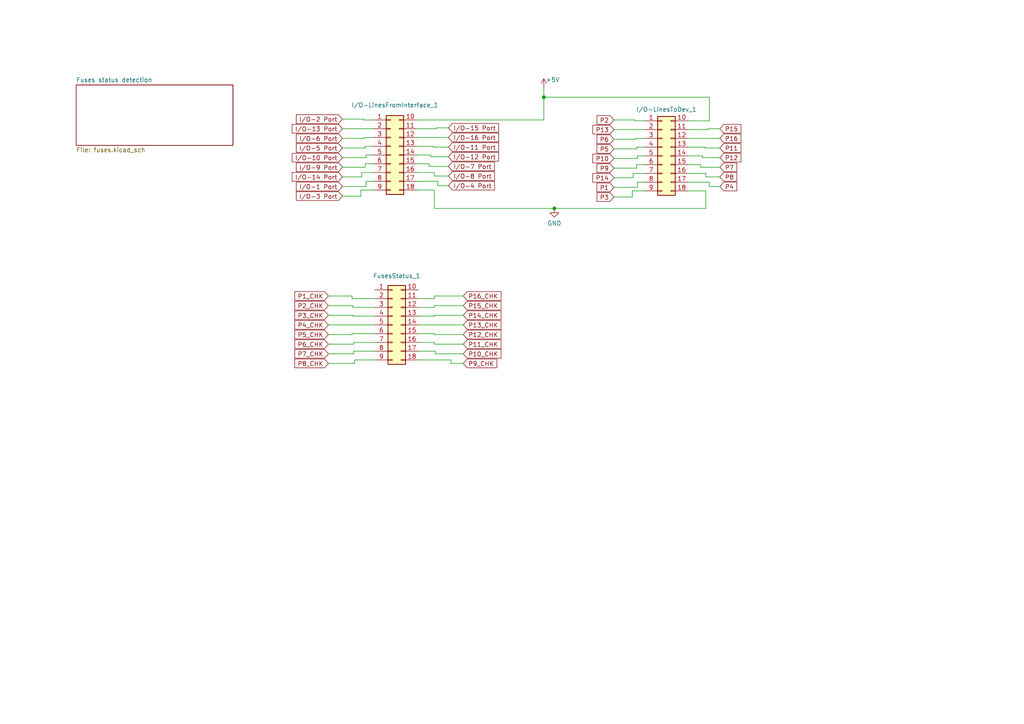
<source format=kicad_sch>
(kicad_sch (version 20250114) (generator "eeschema") (generator_version "9.0")
  (paper "A4")
  (title_block (title "Electrical protection layer") (company "PanicoSoft") (comment 1 "TODO: RXEF050 thermal fuse"))
  (lib_symbols
    (symbol "Connector_Generic:Conn_02x09_Top_Bottom" (pin_names (offset 1.016) (hide yes))
      (property "Reference" "J" (at 1.27 12.7 0))
      (property "Value" "Conn_02x09_Top_Bottom" (at 1.27 -12.7 0))
      (symbol "Conn_02x09_Top_Bottom_1_1"
        (rectangle (start -1.27 11.43) (end 3.81 -11.43) (stroke (width 0.254)) (fill (type background)))
        (rectangle (start -1.27 10.287) (end 0 10.033) (stroke (width 0.1524)))
        (rectangle (start -1.27 7.747) (end 0 7.493) (stroke (width 0.1524)))
        (rectangle (start -1.27 5.207) (end 0 4.953) (stroke (width 0.1524)))
        (rectangle (start -1.27 2.667) (end 0 2.413) (stroke (width 0.1524)))
        (rectangle (start -1.27 0.127) (end 0 -0.127) (stroke (width 0.1524)))
        (rectangle (start -1.27 -2.413) (end 0 -2.667) (stroke (width 0.1524)))
        (rectangle (start -1.27 -4.953) (end 0 -5.207) (stroke (width 0.1524)))
        (rectangle (start -1.27 -7.493) (end 0 -7.747) (stroke (width 0.1524)))
        (rectangle (start -1.27 -10.033) (end 0 -10.287) (stroke (width 0.1524)))
        (rectangle (start 3.81 10.287) (end 2.54 10.033) (stroke (width 0.1524)))
        (rectangle (start 3.81 7.747) (end 2.54 7.493) (stroke (width 0.1524)))
        (rectangle (start 3.81 5.207) (end 2.54 4.953) (stroke (width 0.1524)))
        (rectangle (start 3.81 2.667) (end 2.54 2.413) (stroke (width 0.1524)))
        (rectangle (start 3.81 0.127) (end 2.54 -0.127) (stroke (width 0.1524)))
        (rectangle (start 3.81 -2.413) (end 2.54 -2.667) (stroke (width 0.1524)))
        (rectangle (start 3.81 -4.953) (end 2.54 -5.207) (stroke (width 0.1524)))
        (rectangle (start 3.81 -7.493) (end 2.54 -7.747) (stroke (width 0.1524)))
        (rectangle (start 3.81 -10.033) (end 2.54 -10.287) (stroke (width 0.1524)))
        (pin passive line (at -5.08 10.16 0) (length 3.81) (name "Pin_1") (number "1"))
        (pin passive line (at -5.08 7.62 0) (length 3.81) (name "Pin_2") (number "2"))
        (pin passive line (at -5.08 5.08 0) (length 3.81) (name "Pin_3") (number "3"))
        (pin passive line (at -5.08 2.54 0) (length 3.81) (name "Pin_4") (number "4"))
        (pin passive line (at -5.08 0 0) (length 3.81) (name "Pin_5") (number "5"))
        (pin passive line (at -5.08 -2.54 0) (length 3.81) (name "Pin_6") (number "6"))
        (pin passive line (at -5.08 -5.08 0) (length 3.81) (name "Pin_7") (number "7"))
        (pin passive line (at -5.08 -7.62 0) (length 3.81) (name "Pin_8") (number "8"))
        (pin passive line (at -5.08 -10.16 0) (length 3.81) (name "Pin_9") (number "9"))
        (pin passive line (at 7.62 10.16 180) (length 3.81) (name "Pin_10") (number "10"))
        (pin passive line (at 7.62 7.62 180) (length 3.81) (name "Pin_11") (number "11"))
        (pin passive line (at 7.62 5.08 180) (length 3.81) (name "Pin_12") (number "12"))
        (pin passive line (at 7.62 2.54 180) (length 3.81) (name "Pin_13") (number "13"))
        (pin passive line (at 7.62 0 180) (length 3.81) (name "Pin_14") (number "14"))
        (pin passive line (at 7.62 -2.54 180) (length 3.81) (name "Pin_15") (number "15"))
        (pin passive line (at 7.62 -5.08 180) (length 3.81) (name "Pin_16") (number "16"))
        (pin passive line (at 7.62 -7.62 180) (length 3.81) (name "Pin_17") (number "17"))
        (pin passive line (at 7.62 -10.16 180) (length 3.81) (name "Pin_18") (number "18"))
      )
    )
    (symbol "power:+5V" (power) (pin_numbers (hide yes)) (pin_names (offset 0) (hide yes))
      (property "Value" "+5V" (at 0 3.556 0))
      (symbol "+5V_0_1"
        (polyline (pts (xy -0.762 1.27) (xy 0 2.54)))
        (polyline (pts (xy 0 2.54) (xy 0.762 1.27)))
        (polyline (pts (xy 0 0) (xy 0 2.54)))
      )
      (symbol "+5V_1_1"
        (pin power_in line (at 0 0 90) (length 0) (name "~") (number "1"))
      )
    )
    (symbol "power:GND" (power) (pin_numbers (hide yes)) (pin_names (offset 0) (hide yes))
      (property "Value" "GND" (at 0 -3.81 0))
      (symbol "GND_0_1"
        (polyline (pts (xy 0 0) (xy 0 -1.27) (xy 1.27 -1.27) (xy 0 -2.54) (xy -1.27 -1.27) (xy 0 -1.27)))
      )
      (symbol "GND_1_1"
        (pin power_in line (at 0 0 270) (length 0) (name "~") (number "1"))
      )
    )
  )
  (junction (at 157.734 28.194))
  (junction (at 160.782 60.452))
  (wire (pts (xy 125.984 86.614) (xy 125.984 85.852)))
  (wire (pts (xy 126.492 37.084) (xy 126.492 37.338)))
  (wire (pts (xy 125.984 55.118) (xy 120.904 55.118)))
  (wire (pts (xy 125.73 42.672) (xy 130.048 42.672)))
  (wire (pts (xy 102.362 88.646) (xy 102.362 89.154)))
  (wire (pts (xy 124.968 44.958) (xy 120.904 44.958)))
  (wire (pts (xy 102.108 85.852) (xy 95.25 85.852)))
  (wire (pts (xy 106.172 45.72) (xy 106.172 44.958)))
  (wire (pts (xy 127 53.848) (xy 130.048 53.848)))
  (wire (pts (xy 183.388 55.372) (xy 183.388 57.15)))
  (wire (pts (xy 204.724 60.452) (xy 160.782 60.452)))
  (wire (pts (xy 108.204 42.418) (xy 105.918 42.418)))
  (wire (pts (xy 125.984 55.118) (xy 125.984 60.452)))
  (wire (pts (xy 130.81 105.41) (xy 130.81 104.394)))
  (wire (pts (xy 184.658 47.752) (xy 184.658 48.768)))
  (wire (pts (xy 184.15 35.052) (xy 186.944 35.052)))
  (wire (pts (xy 184.404 40.132) (xy 186.944 40.132)))
  (wire (pts (xy 104.648 56.896) (xy 99.314 56.896)))
  (wire (pts (xy 184.912 45.974) (xy 184.912 45.212)))
  (wire (pts (xy 99.314 51.308) (xy 104.902 51.308)))
  (wire (pts (xy 126.492 37.338) (xy 120.904 37.338)))
  (wire (pts (xy 125.984 89.154) (xy 125.984 88.646)))
  (wire (pts (xy 203.2 47.752) (xy 199.644 47.752)))
  (wire (pts (xy 130.81 104.394) (xy 121.412 104.394)))
  (wire (pts (xy 178.054 51.562) (xy 183.642 51.562)))
  (wire (pts (xy 199.644 40.132) (xy 208.788 40.132)))
  (wire (pts (xy 125.984 91.44) (xy 125.984 91.694)))
  (wire (pts (xy 106.172 44.958) (xy 108.204 44.958)))
  (wire (pts (xy 184.912 52.832) (xy 186.944 52.832)))
  (wire (pts (xy 203.2 48.514) (xy 208.788 48.514)))
  (wire (pts (xy 106.172 52.578) (xy 108.204 52.578)))
  (wire (pts (xy 104.648 55.118) (xy 104.648 56.896)))
  (wire (pts (xy 130.048 37.084) (xy 126.492 37.084)))
  (wire (pts (xy 102.362 91.694) (xy 108.712 91.694)))
  (wire (pts (xy 102.108 96.774) (xy 108.712 96.774)))
  (wire (pts (xy 125.984 97.028) (xy 134.366 97.028)))
  (wire (pts (xy 125.984 99.822) (xy 125.984 99.314)))
  (wire (pts (xy 184.658 42.672) (xy 184.658 43.18)))
  (wire (pts (xy 208.788 51.308) (xy 204.724 51.308)))
  (wire (pts (xy 121.412 91.694) (xy 125.984 91.694)))
  (wire (pts (xy 125.984 97.028) (xy 125.984 96.774)))
  (wire (pts (xy 184.658 48.768) (xy 178.054 48.768)))
  (wire (pts (xy 121.412 94.234) (xy 134.366 94.234)))
  (wire (pts (xy 157.734 28.194) (xy 205.74 28.194)))
  (wire (pts (xy 205.74 35.052) (xy 199.644 35.052)))
  (wire (pts (xy 203.708 45.72) (xy 203.708 45.212)))
  (wire (pts (xy 125.73 42.672) (xy 125.73 42.418)))
  (wire (pts (xy 186.944 47.752) (xy 184.658 47.752)))
  (wire (pts (xy 99.314 34.544) (xy 105.41 34.544)))
  (wire (pts (xy 204.47 42.672) (xy 199.644 42.672)))
  (wire (pts (xy 183.642 50.292) (xy 186.944 50.292)))
  (wire (pts (xy 203.708 45.212) (xy 199.644 45.212)))
  (wire (pts (xy 95.25 105.41) (xy 102.87 105.41)))
  (wire (pts (xy 125.984 88.646) (xy 134.366 88.646)))
  (wire (pts (xy 126.238 102.616) (xy 134.366 102.616)))
  (wire (pts (xy 184.912 52.832) (xy 184.912 54.356)))
  (wire (pts (xy 125.984 91.44) (xy 134.366 91.44)))
  (wire (pts (xy 184.404 40.386) (xy 184.404 40.132)))
  (wire (pts (xy 99.314 45.72) (xy 106.172 45.72)))
  (wire (pts (xy 183.388 57.15) (xy 178.054 57.15)))
  (wire (pts (xy 127 52.578) (xy 120.904 52.578)))
  (wire (pts (xy 108.204 47.498) (xy 105.918 47.498)))
  (wire (pts (xy 184.15 34.798) (xy 184.15 35.052)))
  (wire (pts (xy 121.412 86.614) (xy 125.984 86.614)))
  (wire (pts (xy 203.2 48.514) (xy 203.2 47.752)))
  (wire (pts (xy 120.904 39.878) (xy 130.048 39.878)))
  (wire (pts (xy 121.412 89.154) (xy 125.984 89.154)))
  (wire (pts (xy 124.968 45.466) (xy 124.968 44.958)))
  (wire (pts (xy 178.054 37.592) (xy 186.944 37.592)))
  (wire (pts (xy 204.724 51.308) (xy 204.724 50.292)))
  (wire (pts (xy 208.788 45.72) (xy 203.708 45.72)))
  (wire (pts (xy 102.87 104.394) (xy 108.712 104.394)))
  (wire (pts (xy 121.412 99.314) (xy 125.984 99.314)))
  (wire (pts (xy 205.74 28.194) (xy 205.74 35.052)))
  (wire (pts (xy 124.46 47.498) (xy 120.904 47.498)))
  (wire (pts (xy 124.46 48.26) (xy 130.048 48.26)))
  (wire (pts (xy 184.912 54.356) (xy 178.054 54.356)))
  (wire (pts (xy 102.362 89.154) (xy 108.712 89.154)))
  (wire (pts (xy 125.73 42.418) (xy 120.904 42.418)))
  (wire (pts (xy 102.362 91.44) (xy 102.362 91.694)))
  (wire (pts (xy 125.984 50.038) (xy 120.904 50.038)))
  (wire (pts (xy 204.724 55.372) (xy 199.644 55.372)))
  (wire (pts (xy 204.47 42.926) (xy 208.788 42.926)))
  (wire (pts (xy 102.616 99.314) (xy 108.712 99.314)))
  (wire (pts (xy 204.724 50.292) (xy 199.644 50.292)))
  (wire (pts (xy 108.204 55.118) (xy 104.648 55.118)))
  (wire (pts (xy 124.46 48.26) (xy 124.46 47.498)))
  (wire (pts (xy 126.238 102.616) (xy 126.238 101.854)))
  (wire (pts (xy 95.25 102.616) (xy 102.616 102.616)))
  (wire (pts (xy 130.048 51.054) (xy 125.984 51.054)))
  (wire (pts (xy 184.912 45.212) (xy 186.944 45.212)))
  (wire (pts (xy 95.25 94.234) (xy 108.712 94.234)))
  (wire (pts (xy 99.314 42.926) (xy 105.918 42.926)))
  (wire (pts (xy 105.918 48.514) (xy 99.314 48.514)))
  (wire (pts (xy 205.232 37.338) (xy 205.232 37.592)))
  (wire (pts (xy 104.902 51.308) (xy 104.902 50.038)))
  (wire (pts (xy 125.984 99.822) (xy 134.366 99.822)))
  (wire (pts (xy 178.054 45.974) (xy 184.912 45.974)))
  (wire (pts (xy 183.642 51.562) (xy 183.642 50.292)))
  (wire (pts (xy 178.054 43.18) (xy 184.658 43.18)))
  (wire (pts (xy 102.108 97.028) (xy 102.108 96.774)))
  (wire (pts (xy 160.782 60.452) (xy 125.984 60.452)))
  (wire (pts (xy 205.74 54.102) (xy 208.788 54.102)))
  (wire (pts (xy 157.734 34.798) (xy 157.734 28.194)))
  (wire (pts (xy 157.734 28.194) (xy 157.734 25.4)))
  (wire (pts (xy 178.054 40.386) (xy 184.404 40.386)))
  (wire (pts (xy 127 53.848) (xy 127 52.578)))
  (wire (pts (xy 95.25 99.822) (xy 102.616 99.822)))
  (wire (pts (xy 106.172 54.102) (xy 99.314 54.102)))
  (wire (pts (xy 102.616 99.822) (xy 102.616 99.314)))
  (wire (pts (xy 95.25 97.028) (xy 102.108 97.028)))
  (wire (pts (xy 204.47 42.926) (xy 204.47 42.672)))
  (wire (pts (xy 105.918 47.498) (xy 105.918 48.514)))
  (wire (pts (xy 105.664 39.878) (xy 108.204 39.878)))
  (wire (pts (xy 105.664 40.132) (xy 105.664 39.878)))
  (wire (pts (xy 205.232 37.592) (xy 199.644 37.592)))
  (wire (pts (xy 125.984 51.054) (xy 125.984 50.038)))
  (wire (pts (xy 95.25 91.44) (xy 102.362 91.44)))
  (wire (pts (xy 121.412 101.854) (xy 126.238 101.854)))
  (wire (pts (xy 130.048 45.466) (xy 124.968 45.466)))
  (wire (pts (xy 205.74 54.102) (xy 205.74 52.832)))
  (wire (pts (xy 105.41 34.544) (xy 105.41 34.798)))
  (wire (pts (xy 102.87 105.41) (xy 102.87 104.394)))
  (wire (pts (xy 99.314 37.338) (xy 108.204 37.338)))
  (wire (pts (xy 108.712 86.614) (xy 102.108 86.614)))
  (wire (pts (xy 121.412 96.774) (xy 125.984 96.774)))
  (wire (pts (xy 105.41 34.798) (xy 108.204 34.798)))
  (wire (pts (xy 102.616 102.616) (xy 102.616 101.854)))
  (wire (pts (xy 99.314 40.132) (xy 105.664 40.132)))
  (wire (pts (xy 106.172 52.578) (xy 106.172 54.102)))
  (wire (pts (xy 104.902 50.038) (xy 108.204 50.038)))
  (wire (pts (xy 102.616 101.854) (xy 108.712 101.854)))
  (wire (pts (xy 186.944 55.372) (xy 183.388 55.372)))
  (wire (pts (xy 125.984 85.852) (xy 134.366 85.852)))
  (wire (pts (xy 178.054 34.798) (xy 184.15 34.798)))
  (wire (pts (xy 204.724 55.372) (xy 204.724 60.452)))
  (wire (pts (xy 120.904 34.798) (xy 157.734 34.798)))
  (wire (pts (xy 186.944 42.672) (xy 184.658 42.672)))
  (wire (pts (xy 95.25 88.646) (xy 102.362 88.646)))
  (wire (pts (xy 130.81 105.41) (xy 134.366 105.41)))
  (wire (pts (xy 205.74 52.832) (xy 199.644 52.832)))
  (wire (pts (xy 102.108 86.614) (xy 102.108 85.852)))
  (wire (pts (xy 208.788 37.338) (xy 205.232 37.338)))
  (wire (pts (xy 105.918 42.418) (xy 105.918 42.926)))
  (global_label "P7_CHK" (shape input) (at 95.25 102.616 180) (property "Intersheetrefs" "${INTERSHEET_REFS}" (effects (hide yes))))
  (global_label "I{slash}O-11 Port" (shape input) (at 130.048 42.672 0) (property "Intersheetrefs" "${INTERSHEET_REFS}" (effects (hide yes))))
  (global_label "P11_CHK" (shape input) (at 134.366 99.822 0) (property "Intersheetrefs" "${INTERSHEET_REFS}" (effects (hide yes))))
  (global_label "P16" (shape input) (at 208.788 40.132 0) (property "Intersheetrefs" "${INTERSHEET_REFS}" (effects (hide yes))))
  (global_label "P11" (shape input) (at 208.788 42.926 0) (property "Intersheetrefs" "${INTERSHEET_REFS}" (effects (hide yes))))
  (global_label "P5_CHK" (shape input) (at 95.25 97.028 180) (property "Intersheetrefs" "${INTERSHEET_REFS}" (effects (hide yes))))
  (global_label "P6_CHK" (shape input) (at 95.25 99.822 180) (property "Intersheetrefs" "${INTERSHEET_REFS}" (effects (hide yes))))
  (global_label "P7" (shape input) (at 208.788 48.514 0) (property "Intersheetrefs" "${INTERSHEET_REFS}" (effects (hide yes))))
  (global_label "P1" (shape input) (at 178.054 54.356 180) (property "Intersheetrefs" "${INTERSHEET_REFS}" (effects (hide yes))))
  (global_label "I{slash}O-5 Port" (shape input) (at 99.314 42.926 180) (property "Intersheetrefs" "${INTERSHEET_REFS}" (effects (hide yes))))
  (global_label "I{slash}O-8 Port" (shape input) (at 130.048 51.054 0) (property "Intersheetrefs" "${INTERSHEET_REFS}" (effects (hide yes))))
  (global_label "P10" (shape input) (at 178.054 45.974 180) (property "Intersheetrefs" "${INTERSHEET_REFS}" (effects (hide yes))))
  (global_label "P15_CHK" (shape input) (at 134.366 88.646 0) (property "Intersheetrefs" "${INTERSHEET_REFS}" (effects (hide yes))))
  (global_label "I{slash}O-9 Port" (shape input) (at 99.314 48.514 180) (property "Intersheetrefs" "${INTERSHEET_REFS}" (effects (hide yes))))
  (global_label "P8" (shape input) (at 208.788 51.308 0) (property "Intersheetrefs" "${INTERSHEET_REFS}" (effects (hide yes))))
  (global_label "I{slash}O-16 Port" (shape input) (at 130.048 39.878 0) (property "Intersheetrefs" "${INTERSHEET_REFS}" (effects (hide yes))))
  (global_label "P3_CHK" (shape input) (at 95.25 91.44 180) (property "Intersheetrefs" "${INTERSHEET_REFS}" (effects (hide yes))))
  (global_label "I{slash}O-3 Port" (shape input) (at 99.314 56.896 180) (property "Intersheetrefs" "${INTERSHEET_REFS}" (effects (hide yes))))
  (global_label "I{slash}O-14 Port" (shape input) (at 99.314 51.308 180) (property "Intersheetrefs" "${INTERSHEET_REFS}" (effects (hide yes))))
  (global_label "P4_CHK" (shape input) (at 95.25 94.234 180) (property "Intersheetrefs" "${INTERSHEET_REFS}" (effects (hide yes))))
  (global_label "I{slash}O-6 Port" (shape input) (at 99.314 40.132 180) (property "Intersheetrefs" "${INTERSHEET_REFS}" (effects (hide yes))))
  (global_label "P13_CHK" (shape input) (at 134.366 94.234 0) (property "Intersheetrefs" "${INTERSHEET_REFS}" (effects (hide yes))))
  (global_label "P15" (shape input) (at 208.788 37.338 0) (property "Intersheetrefs" "${INTERSHEET_REFS}" (effects (hide yes))))
  (global_label "P14" (shape input) (at 178.054 51.562 180) (property "Intersheetrefs" "${INTERSHEET_REFS}" (effects (hide yes))))
  (global_label "P12_CHK" (shape input) (at 134.366 97.028 0) (property "Intersheetrefs" "${INTERSHEET_REFS}" (effects (hide yes))))
  (global_label "P10_CHK" (shape input) (at 134.366 102.616 0) (property "Intersheetrefs" "${INTERSHEET_REFS}" (effects (hide yes))))
  (global_label "P14_CHK" (shape input) (at 134.366 91.44 0) (property "Intersheetrefs" "${INTERSHEET_REFS}" (effects (hide yes))))
  (global_label "I{slash}O-2 Port" (shape input) (at 99.314 34.544 180) (property "Intersheetrefs" "${INTERSHEET_REFS}" (effects (hide yes))))
  (global_label "P16_CHK" (shape input) (at 134.366 85.852 0) (property "Intersheetrefs" "${INTERSHEET_REFS}" (effects (hide yes))))
  (global_label "I{slash}O-13 Port" (shape input) (at 99.314 37.338 180) (property "Intersheetrefs" "${INTERSHEET_REFS}" (effects (hide yes))))
  (global_label "P2_CHK" (shape input) (at 95.25 88.646 180) (property "Intersheetrefs" "${INTERSHEET_REFS}" (effects (hide yes))))
  (global_label "I{slash}O-4 Port" (shape input) (at 130.048 53.848 0) (property "Intersheetrefs" "${INTERSHEET_REFS}" (effects (hide yes))))
  (global_label "I{slash}O-10 Port" (shape input) (at 99.314 45.72 180) (property "Intersheetrefs" "${INTERSHEET_REFS}" (effects (hide yes))))
  (global_label "P9_CHK" (shape input) (at 134.366 105.41 0) (property "Intersheetrefs" "${INTERSHEET_REFS}" (effects (hide yes))))
  (global_label "I{slash}O-15 Port" (shape input) (at 130.048 37.084 0) (property "Intersheetrefs" "${INTERSHEET_REFS}" (effects (hide yes))))
  (global_label "P1_CHK" (shape input) (at 95.25 85.852 180) (property "Intersheetrefs" "${INTERSHEET_REFS}" (effects (hide yes))))
  (global_label "P13" (shape input) (at 178.054 37.592 180) (property "Intersheetrefs" "${INTERSHEET_REFS}" (effects (hide yes))))
  (global_label "P6" (shape input) (at 178.054 40.386 180) (property "Intersheetrefs" "${INTERSHEET_REFS}" (effects (hide yes))))
  (global_label "P2" (shape input) (at 178.054 34.798 180) (property "Intersheetrefs" "${INTERSHEET_REFS}" (effects (hide yes))))
  (global_label "P3" (shape input) (at 178.054 57.15 180) (property "Intersheetrefs" "${INTERSHEET_REFS}" (effects (hide yes))))
  (global_label "P4" (shape input) (at 208.788 54.102 0) (property "Intersheetrefs" "${INTERSHEET_REFS}" (effects (hide yes))))
  (global_label "P8_CHK" (shape input) (at 95.25 105.41 180) (property "Intersheetrefs" "${INTERSHEET_REFS}" (effects (hide yes))))
  (global_label "I{slash}O-7 Port" (shape input) (at 130.048 48.26 0) (property "Intersheetrefs" "${INTERSHEET_REFS}" (effects (hide yes))))
  (global_label "P12" (shape input) (at 208.788 45.72 0) (property "Intersheetrefs" "${INTERSHEET_REFS}" (effects (hide yes))))
  (global_label "I{slash}O-1 Port" (shape input) (at 99.314 54.102 180) (property "Intersheetrefs" "${INTERSHEET_REFS}" (effects (hide yes))))
  (global_label "P5" (shape input) (at 178.054 43.18 180) (property "Intersheetrefs" "${INTERSHEET_REFS}" (effects (hide yes))))
  (global_label "P9" (shape input) (at 178.054 48.768 180) (property "Intersheetrefs" "${INTERSHEET_REFS}" (effects (hide yes))))
  (global_label "I{slash}O-12 Port" (shape input) (at 130.048 45.466 0) (property "Intersheetrefs" "${INTERSHEET_REFS}" (effects (hide yes))))
  (symbol (lib_id "power:GND") (at 160.782 60.452 0) (unit 1)
    (property "Reference" "#PWR05" (effects (hide yes)))
    (property "Value" "GND" (at 160.782 64.77 0))
    (property "Description" "Power symbol creates a global label with name \"GND\" , ground" (effects (hide yes)))
  )
  (symbol (lib_id "Connector_Generic:Conn_02x09_Top_Bottom") (at 113.284 44.958 0) (unit 1)
    (property "Reference" "I/O-LinesFromInterface_1" (at 114.554 30.48 0))
    (property "Value" "Conn_02x09_Top_Bottom" (effects (hide yes)))
    (property "Footprint" "Connector_PinHeader_2.54mm:PinHeader_2x09_P2.54mm_Vertical" (effects (hide yes)))
    (property "Description" "Generic connector, double row, 02x09, top/bottom pin numbering scheme (row 1: 1...pins_per_row, row2: pins_per_row+1 ... num_pins), script generated (kicad-library-utils/schlib/autogen/connector/)" (effects (hide yes)))
  )
  (symbol (lib_id "power:+5V") (at 157.734 25.4 0) (unit 1)
    (property "Reference" "#PWR06" (effects (hide yes)))
    (property "Value" "+5V" (at 160.274 23.114 0))
    (property "Description" "Power symbol creates a global label with name \"+5V\"" (effects (hide yes)))
  )
  (symbol (lib_id "Connector_Generic:Conn_02x09_Top_Bottom") (at 192.024 45.212 0) (unit 1)
    (property "Reference" "I/O-LinesToDev_1" (at 193.294 31.75 0))
    (property "Value" "Conn_02x09_Top_Bottom" (effects (hide yes)))
    (property "Footprint" "Connector_PinHeader_2.54mm:PinHeader_2x09_P2.54mm_Vertical" (effects (hide yes)))
    (property "Description" "Generic connector, double row, 02x09, top/bottom pin numbering scheme (row 1: 1...pins_per_row, row2: pins_per_row+1 ... num_pins), script generated (kicad-library-utils/schlib/autogen/connector/)" (effects (hide yes)))
  )
  (symbol (lib_id "Connector_Generic:Conn_02x09_Top_Bottom") (at 113.792 94.234 0) (unit 1)
    (property "Reference" "FusesStatus_1" (at 115.062 80.01 0))
    (property "Value" "Conn_02x09_Top_Bottom" (effects (hide yes)))
    (property "Footprint" "Connector_PinHeader_2.54mm:PinHeader_2x09_P2.54mm_Vertical" (effects (hide yes)))
    (property "Description" "Generic connector, double row, 02x09, top/bottom pin numbering scheme (row 1: 1...pins_per_row, row2: pins_per_row+1 ... num_pins), script generated (kicad-library-utils/schlib/autogen/connector/)" (effects (hide yes)))
  )
  (sheet (at 22.098 24.638) (size 45.466 17.526) (stroke (width 0.1524))
    (property "Sheetname" "Fuses status detection" (at 22.098 23.9264 0) (effects (justify left bottom)))
    (property "Sheetfile" "fuses.kicad_sch" (at 22.098 42.7486 0) (effects (justify left top)))
  )
)
</source>
